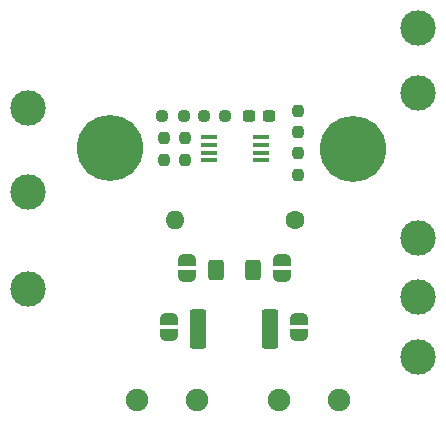
<source format=gbr>
%TF.GenerationSoftware,KiCad,Pcbnew,8.0.2*%
%TF.CreationDate,2024-12-27T17:59:50+11:00*%
%TF.ProjectId,Shutter-TestPlatform,53687574-7465-4722-9d54-657374506c61,rev?*%
%TF.SameCoordinates,Original*%
%TF.FileFunction,Soldermask,Top*%
%TF.FilePolarity,Negative*%
%FSLAX46Y46*%
G04 Gerber Fmt 4.6, Leading zero omitted, Abs format (unit mm)*
G04 Created by KiCad (PCBNEW 8.0.2) date 2024-12-27 17:59:50*
%MOMM*%
%LPD*%
G01*
G04 APERTURE LIST*
G04 Aperture macros list*
%AMRoundRect*
0 Rectangle with rounded corners*
0 $1 Rounding radius*
0 $2 $3 $4 $5 $6 $7 $8 $9 X,Y pos of 4 corners*
0 Add a 4 corners polygon primitive as box body*
4,1,4,$2,$3,$4,$5,$6,$7,$8,$9,$2,$3,0*
0 Add four circle primitives for the rounded corners*
1,1,$1+$1,$2,$3*
1,1,$1+$1,$4,$5*
1,1,$1+$1,$6,$7*
1,1,$1+$1,$8,$9*
0 Add four rect primitives between the rounded corners*
20,1,$1+$1,$2,$3,$4,$5,0*
20,1,$1+$1,$4,$5,$6,$7,0*
20,1,$1+$1,$6,$7,$8,$9,0*
20,1,$1+$1,$8,$9,$2,$3,0*%
%AMFreePoly0*
4,1,19,0.500000,-0.750000,0.000000,-0.750000,0.000000,-0.744911,-0.071157,-0.744911,-0.207708,-0.704816,-0.327430,-0.627875,-0.420627,-0.520320,-0.479746,-0.390866,-0.500000,-0.250000,-0.500000,0.250000,-0.479746,0.390866,-0.420627,0.520320,-0.327430,0.627875,-0.207708,0.704816,-0.071157,0.744911,0.000000,0.744911,0.000000,0.750000,0.500000,0.750000,0.500000,-0.750000,0.500000,-0.750000,
$1*%
%AMFreePoly1*
4,1,19,0.000000,0.744911,0.071157,0.744911,0.207708,0.704816,0.327430,0.627875,0.420627,0.520320,0.479746,0.390866,0.500000,0.250000,0.500000,-0.250000,0.479746,-0.390866,0.420627,-0.520320,0.327430,-0.627875,0.207708,-0.704816,0.071157,-0.744911,0.000000,-0.744911,0.000000,-0.750000,-0.500000,-0.750000,-0.500000,0.750000,0.000000,0.750000,0.000000,0.744911,0.000000,0.744911,
$1*%
G04 Aperture macros list end*
%ADD10RoundRect,0.237500X0.237500X-0.250000X0.237500X0.250000X-0.237500X0.250000X-0.237500X-0.250000X0*%
%ADD11RoundRect,0.237500X-0.237500X0.250000X-0.237500X-0.250000X0.237500X-0.250000X0.237500X0.250000X0*%
%ADD12FreePoly0,90.000000*%
%ADD13FreePoly1,90.000000*%
%ADD14C,3.000000*%
%ADD15C,1.600000*%
%ADD16O,1.600000X1.600000*%
%ADD17C,5.600000*%
%ADD18C,1.905000*%
%ADD19RoundRect,0.237500X0.250000X0.237500X-0.250000X0.237500X-0.250000X-0.237500X0.250000X-0.237500X0*%
%ADD20RoundRect,0.237500X0.300000X0.237500X-0.300000X0.237500X-0.300000X-0.237500X0.300000X-0.237500X0*%
%ADD21RoundRect,0.237500X-0.250000X-0.237500X0.250000X-0.237500X0.250000X0.237500X-0.250000X0.237500X0*%
%ADD22R,1.400000X0.450000*%
%ADD23RoundRect,0.249999X0.450001X1.425001X-0.450001X1.425001X-0.450001X-1.425001X0.450001X-1.425001X0*%
%ADD24RoundRect,0.250000X0.400000X0.625000X-0.400000X0.625000X-0.400000X-0.625000X0.400000X-0.625000X0*%
G04 APERTURE END LIST*
D10*
%TO.C,R4*%
X159500000Y-76675724D03*
X159500000Y-74850724D03*
%TD*%
D11*
%TO.C,R8*%
X170800000Y-76125000D03*
X170800000Y-77950000D03*
%TD*%
D12*
%TO.C,JP4*%
X170950000Y-91500000D03*
D13*
X170950000Y-90200000D03*
%TD*%
D14*
%TO.C,TP3*%
X181000000Y-65500000D03*
%TD*%
D12*
%TO.C,JP1*%
X161450000Y-86500000D03*
D13*
X161450000Y-85200000D03*
%TD*%
D15*
%TO.C,R9*%
X170580000Y-81750000D03*
D16*
X160420000Y-81750000D03*
%TD*%
D17*
%TO.C,H1*%
X154900000Y-75700000D03*
%TD*%
D18*
%TO.C,J2*%
X169210000Y-97000000D03*
X174290000Y-97000000D03*
%TD*%
D19*
%TO.C,R5*%
X161155213Y-73000000D03*
X159330213Y-73000000D03*
%TD*%
D20*
%TO.C,C1*%
X168400000Y-73000000D03*
X166675000Y-73000000D03*
%TD*%
D21*
%TO.C,R6*%
X162837500Y-73000000D03*
X164662500Y-73000000D03*
%TD*%
D14*
%TO.C,TP10*%
X148000000Y-87600000D03*
%TD*%
D17*
%TO.C,H2*%
X175500000Y-75750000D03*
%TD*%
D10*
%TO.C,R3*%
X161250000Y-76675724D03*
X161250000Y-74850724D03*
%TD*%
D18*
%TO.C,J1*%
X157210000Y-97000000D03*
X162290000Y-97000000D03*
%TD*%
D14*
%TO.C,TP9*%
X148000000Y-72300000D03*
%TD*%
D22*
%TO.C,IC1*%
X163300000Y-74775000D03*
X163300000Y-75425000D03*
X163300000Y-76075000D03*
X163300000Y-76725000D03*
X167700000Y-76725000D03*
X167700000Y-76075000D03*
X167700000Y-75425000D03*
X167700000Y-74775000D03*
%TD*%
D11*
%TO.C,R7*%
X170800000Y-72537500D03*
X170800000Y-74362500D03*
%TD*%
D14*
%TO.C,TP11*%
X148000000Y-79400000D03*
%TD*%
D12*
%TO.C,JP2*%
X169450000Y-86500000D03*
D13*
X169450000Y-85200000D03*
%TD*%
D14*
%TO.C,TP4*%
X181000000Y-71000000D03*
%TD*%
%TO.C,TP5*%
X181000000Y-93350000D03*
%TD*%
%TO.C,TP8*%
X181000000Y-83300000D03*
%TD*%
D23*
%TO.C,R2*%
X168500000Y-91000000D03*
X162400000Y-91000000D03*
%TD*%
D24*
%TO.C,R1*%
X167000000Y-86000000D03*
X163900000Y-86000000D03*
%TD*%
D12*
%TO.C,JP3*%
X159950000Y-91500000D03*
D13*
X159950000Y-90200000D03*
%TD*%
D14*
%TO.C,TP6*%
X181000000Y-88300000D03*
%TD*%
M02*

</source>
